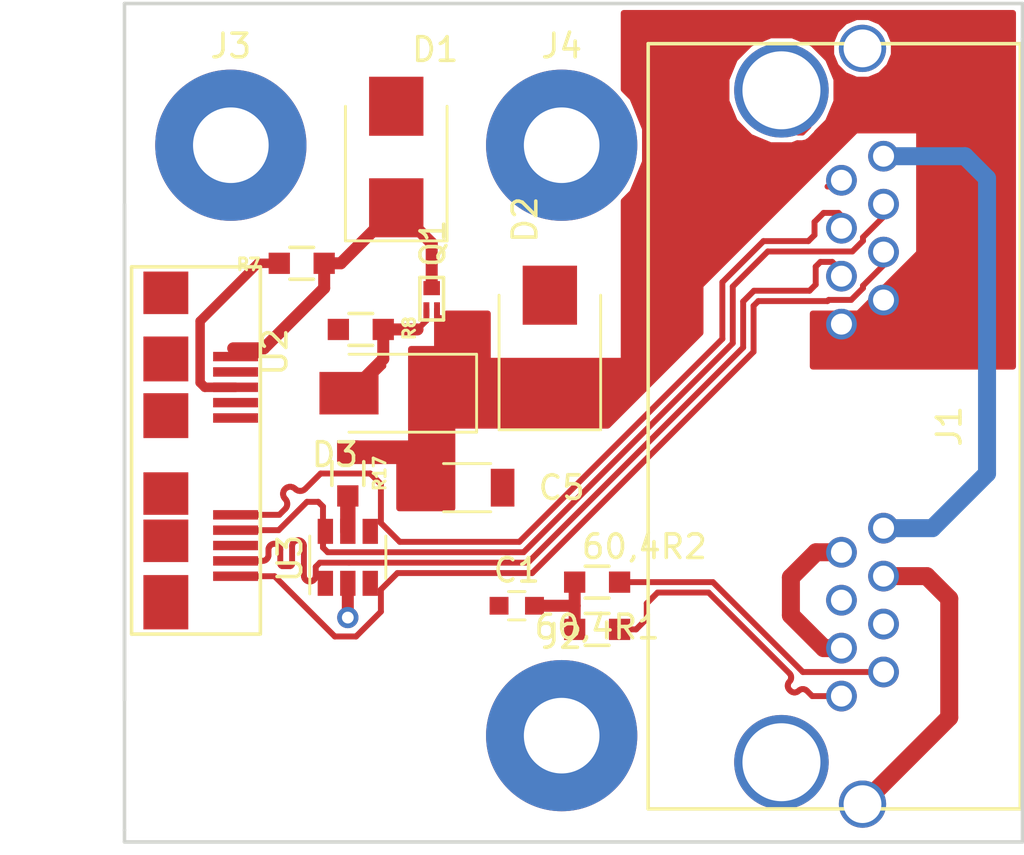
<source format=kicad_pcb>
(kicad_pcb (version 4) (host pcbnew 4.0.7-e0-6372~58~ubuntu16.10.1)

  (general
    (links 37)
    (no_connects 12)
    (area 122.924999 88.924999 161.075001 124.575001)
    (thickness 1.6)
    (drawings 8)
    (tracks 277)
    (zones 0)
    (modules 17)
    (nets 25)
  )

  (page A4)
  (layers
    (0 F.Cu signal)
    (31 B.Cu signal)
    (32 B.Adhes user)
    (33 F.Adhes user)
    (34 B.Paste user)
    (35 F.Paste user)
    (36 B.SilkS user)
    (37 F.SilkS user)
    (38 B.Mask user)
    (39 F.Mask user)
    (40 Dwgs.User user)
    (41 Cmts.User user)
    (42 Eco1.User user)
    (43 Eco2.User user)
    (44 Edge.Cuts user)
    (45 Margin user)
    (46 B.CrtYd user)
    (47 F.CrtYd user)
    (48 B.Fab user)
    (49 F.Fab user)
  )

  (setup
    (last_trace_width 0.25)
    (user_trace_width 0.2)
    (user_trace_width 0.25)
    (user_trace_width 0.4)
    (user_trace_width 0.508)
    (user_trace_width 0.65)
    (user_trace_width 0.762)
    (trace_clearance 0.19)
    (zone_clearance 0.2)
    (zone_45_only no)
    (trace_min 0.2)
    (segment_width 0.2)
    (edge_width 0.15)
    (via_size 0.6)
    (via_drill 0.4)
    (via_min_size 0.4)
    (via_min_drill 0.3)
    (user_via 0.6 0.4)
    (user_via 0.9 0.5)
    (uvia_size 0.3)
    (uvia_drill 0.1)
    (uvias_allowed no)
    (uvia_min_size 0.2)
    (uvia_min_drill 0.1)
    (pcb_text_width 0.3)
    (pcb_text_size 1.5 1.5)
    (mod_edge_width 0.15)
    (mod_text_size 1 1)
    (mod_text_width 0.15)
    (pad_size 2.2 1.4)
    (pad_drill 0)
    (pad_to_mask_clearance 0.2)
    (aux_axis_origin 0 0)
    (visible_elements FFFFFF7F)
    (pcbplotparams
      (layerselection 0x00030_80000001)
      (usegerberextensions false)
      (excludeedgelayer true)
      (linewidth 0.100000)
      (plotframeref false)
      (viasonmask false)
      (mode 1)
      (useauxorigin false)
      (hpglpennumber 1)
      (hpglpenspeed 20)
      (hpglpendiameter 15)
      (hpglpenoverlay 2)
      (psnegative false)
      (psa4output false)
      (plotreference true)
      (plotvalue true)
      (plotinvisibletext false)
      (padsonsilk false)
      (subtractmaskfromsilk false)
      (outputformat 1)
      (mirror false)
      (drillshape 1)
      (scaleselection 1)
      (outputdirectory ""))
  )

  (net 0 "")
  (net 1 SCL-)
  (net 2 SCL+)
  (net 3 SDA+)
  (net 4 SDA-)
  (net 5 "Net-(U2-Pad4)")
  (net 6 "Net-(U2-Pad2)")
  (net 7 GND)
  (net 8 +3V3)
  (net 9 "Net-(D3-Pad2)")
  (net 10 "Net-(R7-Pad2)")
  (net 11 SHLD1)
  (net 12 "Net-(R17-Pad2)")
  (net 13 VSRC)
  (net 14 CANL)
  (net 15 "Net-(60,4R1-Pad2)")
  (net 16 CANH)
  (net 17 CANGND)
  (net 18 +12V)
  (net 19 CANSHLD)
  (net 20 "Net-(J1-Pad4)")
  (net 21 "Net-(J1-Pad5)")
  (net 22 "Net-(J2-Pad1)")
  (net 23 "Net-(J3-Pad1)")
  (net 24 "Net-(J4-Pad1)")

  (net_class Default "This is the default net class."
    (clearance 0.19)
    (trace_width 0.25)
    (via_dia 0.6)
    (via_drill 0.4)
    (uvia_dia 0.3)
    (uvia_drill 0.1)
    (add_net +12V)
    (add_net +3V3)
    (add_net CANGND)
    (add_net CANH)
    (add_net CANL)
    (add_net CANSHLD)
    (add_net GND)
    (add_net "Net-(60,4R1-Pad2)")
    (add_net "Net-(D3-Pad2)")
    (add_net "Net-(J1-Pad4)")
    (add_net "Net-(J1-Pad5)")
    (add_net "Net-(J2-Pad1)")
    (add_net "Net-(J3-Pad1)")
    (add_net "Net-(J4-Pad1)")
    (add_net "Net-(R17-Pad2)")
    (add_net "Net-(R7-Pad2)")
    (add_net "Net-(U2-Pad2)")
    (add_net "Net-(U2-Pad4)")
    (add_net SCL+)
    (add_net SCL-)
    (add_net SDA+)
    (add_net SDA-)
    (add_net VSRC)
  )

  (module Connect_Addons:RJHSE538X-02-noled (layer F.Cu) (tedit 583AD54F) (tstamp 5995A309)
    (at 150.8 106.9 270)
    (descr "mod. jack, ethernet, 8P8C, RJ45 connector, 0 leds, shielded")
    (tags "RJHSE538X-02 8P8C RJ45 ethernet jack no led")
    (path /599519EA)
    (fp_text reference J1 (at 0 -7.1 270) (layer F.SilkS)
      (effects (font (size 1 1) (thickness 0.15)))
    )
    (fp_text value RJHSE-5380-02 (at 0 9.8 270) (layer F.Fab)
      (effects (font (size 1 1) (thickness 0.15)))
    )
    (fp_line (start -16.2 5.64) (end 16.2 5.64) (layer F.SilkS) (width 0.15))
    (fp_line (start -16.2 -10.11) (end 16.2 -10.11) (layer F.SilkS) (width 0.15))
    (fp_line (start 16.2 5.64) (end 16.2 -10.11) (layer F.SilkS) (width 0.15))
    (fp_line (start -16.2 5.64) (end -16.2 -10.11) (layer F.SilkS) (width 0.15))
    (pad 9 thru_hole circle (at -4.325 -2.54 270) (size 1.3 1.3) (drill 0.889) (layers *.Cu *.Mask)
      (net 8 +3V3))
    (pad 15 thru_hole circle (at -10.415 -2.54 270) (size 1.3 1.3) (drill 0.889) (layers *.Cu *.Mask)
      (net 7 GND))
    (pad 11 thru_hole circle (at -6.355 -2.54 270) (size 1.3 1.3) (drill 0.889) (layers *.Cu *.Mask)
      (net 4 SDA-))
    (pad 13 thru_hole circle (at -8.385 -2.54 270) (size 1.3 1.3) (drill 0.889) (layers *.Cu *.Mask)
      (net 2 SCL+))
    (pad 10 thru_hole circle (at -5.345 -4.32 270) (size 1.3 1.3) (drill 0.889) (layers *.Cu *.Mask)
      (net 8 +3V3))
    (pad 12 thru_hole circle (at -7.375 -4.32 270) (size 1.3 1.3) (drill 0.889) (layers *.Cu *.Mask)
      (net 3 SDA+))
    (pad 14 thru_hole circle (at -9.405 -4.32 270) (size 1.3 1.3) (drill 0.889) (layers *.Cu *.Mask)
      (net 1 SCL-))
    (pad 16 thru_hole circle (at -11.435 -4.32 270) (size 1.3 1.3) (drill 0.889) (layers *.Cu *.Mask)
      (net 18 +12V))
    (pad "" np_thru_hole circle (at 14.225 0 270) (size 4 4) (drill 3.3) (layers *.Cu *.Mask))
    (pad 17 thru_hole circle (at -16 -3.43 270) (size 2 2) (drill 1.6) (layers *.Cu *.Mask)
      (net 19 CANSHLD))
    (pad 8 thru_hole circle (at 4.315 -4.32 270) (size 1.3 1.3) (drill 0.889) (layers *.Cu *.Mask)
      (net 18 +12V))
    (pad 6 thru_hole circle (at 6.345 -4.32 270) (size 1.3 1.3) (drill 0.889) (layers *.Cu *.Mask)
      (net 19 CANSHLD))
    (pad 4 thru_hole circle (at 8.375 -4.32 270) (size 1.3 1.3) (drill 0.889) (layers *.Cu *.Mask)
      (net 20 "Net-(J1-Pad4)"))
    (pad 2 thru_hole circle (at 10.405 -4.32 270) (size 1.3 1.3) (drill 0.889) (layers *.Cu *.Mask)
      (net 14 CANL))
    (pad 5 thru_hole circle (at 7.365 -2.54 270) (size 1.3 1.3) (drill 0.889) (layers *.Cu *.Mask)
      (net 21 "Net-(J1-Pad5)"))
    (pad 3 thru_hole circle (at 9.395 -2.54 270) (size 1.3 1.3) (drill 0.889) (layers *.Cu *.Mask)
      (net 17 CANGND))
    (pad 7 thru_hole circle (at 5.335 -2.54 270) (size 1.3 1.3) (drill 0.889) (layers *.Cu *.Mask)
      (net 17 CANGND))
    (pad 1 thru_hole circle (at 11.425 -2.54 270) (size 1.3 1.3) (drill 0.889) (layers *.Cu *.Mask)
      (net 16 CANH))
    (pad "" np_thru_hole circle (at -14.225 0 270) (size 4 4) (drill 3.3) (layers *.Cu *.Mask))
    (pad 17 thru_hole circle (at 16 -3.43 270) (size 2 2) (drill 1.6) (layers *.Cu *.Mask)
      (net 19 CANSHLD))
    (model Connect.3dshapes/RJHSE538X.wrl
      (at (xyz 0.138 0.06 0.125))
      (scale (xyz 0.4 0.4 0.4))
      (rotate (xyz -90 0 180))
    )
  )

  (module TO_SOT_Packages_SMD:SOT-23-6 (layer F.Cu) (tedit 59382299) (tstamp 5933426C)
    (at 132.45 112.45 90)
    (descr "6-pin SOT-23 package")
    (tags SOT-23-6)
    (path /5933403F)
    (attr smd)
    (fp_text reference U3 (at -0.05 -2.45 90) (layer F.SilkS)
      (effects (font (size 1 1) (thickness 0.15)))
    )
    (fp_text value WE824013 (at 0 2.9 90) (layer F.Fab)
      (effects (font (size 1 1) (thickness 0.15)))
    )
    (fp_text user %R (at 0 0 90) (layer F.Fab)
      (effects (font (size 0.5 0.5) (thickness 0.075)))
    )
    (fp_line (start -0.9 1.61) (end 0.9 1.61) (layer F.SilkS) (width 0.12))
    (fp_line (start 0.9 -1.61) (end -1.55 -1.61) (layer F.SilkS) (width 0.12))
    (fp_line (start 1.9 -1.8) (end -1.9 -1.8) (layer F.CrtYd) (width 0.05))
    (fp_line (start 1.9 1.8) (end 1.9 -1.8) (layer F.CrtYd) (width 0.05))
    (fp_line (start -1.9 1.8) (end 1.9 1.8) (layer F.CrtYd) (width 0.05))
    (fp_line (start -1.9 -1.8) (end -1.9 1.8) (layer F.CrtYd) (width 0.05))
    (fp_line (start -0.9 -0.9) (end -0.25 -1.55) (layer F.Fab) (width 0.1))
    (fp_line (start 0.9 -1.55) (end -0.25 -1.55) (layer F.Fab) (width 0.1))
    (fp_line (start -0.9 -0.9) (end -0.9 1.55) (layer F.Fab) (width 0.1))
    (fp_line (start 0.9 1.55) (end -0.9 1.55) (layer F.Fab) (width 0.1))
    (fp_line (start 0.9 -1.55) (end 0.9 1.55) (layer F.Fab) (width 0.1))
    (pad 1 smd rect (at -1.1 -0.95 90) (size 1.06 0.65) (layers F.Cu F.Paste F.Mask)
      (net 4 SDA-))
    (pad 2 smd rect (at -1.1 0 90) (size 1.06 0.65) (layers F.Cu F.Paste F.Mask)
      (net 7 GND))
    (pad 3 smd rect (at -1.1 0.95 90) (size 1.06 0.65) (layers F.Cu F.Paste F.Mask)
      (net 3 SDA+))
    (pad 4 smd rect (at 1.1 0.95 90) (size 1.06 0.65) (layers F.Cu F.Paste F.Mask)
      (net 2 SCL+))
    (pad 6 smd rect (at 1.1 -0.95 90) (size 1.06 0.65) (layers F.Cu F.Paste F.Mask)
      (net 1 SCL-))
    (pad 5 smd rect (at 1.1 0 90) (size 1.06 0.65) (layers F.Cu F.Paste F.Mask)
      (net 12 "Net-(R17-Pad2)"))
    (model ${KISYS3DMOD}/TO_SOT_Packages_SMD.3dshapes/SOT-23-6.wrl
      (at (xyz 0 0 0))
      (scale (xyz 1 1 1))
      (rotate (xyz 0 0 0))
    )
  )

  (module Connect_Addons:USB_Micro-3_GSB343133HR (layer F.Cu) (tedit 58F0F9DF) (tstamp 58F0FCCE)
    (at 124.75 105.25 270)
    (descr MicroUSB3_GSB343133HR)
    (tags "USB USB_B USB_micro_USB3")
    (path /58F1AD18)
    (attr smd)
    (fp_text reference U2 (at -1.5 -4.62 270) (layer F.SilkS)
      (effects (font (size 1 1) (thickness 0.15)))
    )
    (fp_text value Micro_USB3_GSB343133HR (at 0 6.17 270) (layer F.Fab)
      (effects (font (size 1 1) (thickness 0.15)))
    )
    (fp_line (start -5.1 1.45) (end -5.1 -4) (layer F.SilkS) (width 0.15))
    (fp_line (start -5.1 -4) (end 10.4 -4) (layer F.SilkS) (width 0.15))
    (fp_line (start 10.45 -4) (end 10.45 1.45) (layer F.SilkS) (width 0.15))
    (fp_line (start -5.1 1.45) (end 10.45 1.45) (layer F.SilkS) (width 0.15))
    (pad 10 smd rect (at 8 -2.95) (size 1.9 0.4) (layers F.Cu F.Paste F.Mask)
      (net 3 SDA+))
    (pad 9 smd rect (at 7.35 -2.95) (size 1.9 0.4) (layers F.Cu F.Paste F.Mask)
      (net 4 SDA-))
    (pad 6 smd rect (at 5.4 -2.95) (size 1.9 0.4) (layers F.Cu F.Paste F.Mask)
      (net 2 SCL+))
    (pad 7 smd rect (at 6.05 -2.95) (size 1.9 0.4) (layers F.Cu F.Paste F.Mask)
      (net 1 SCL-))
    (pad 8 smd rect (at 6.7 -2.95) (size 1.9 0.4) (layers F.Cu F.Paste F.Mask)
      (net 7 GND))
    (pad 5 smd rect (at 1.3 -2.95) (size 1.9 0.4) (layers F.Cu F.Paste F.Mask)
      (net 7 GND))
    (pad 4 smd rect (at 0.65 -2.95) (size 1.9 0.4) (layers F.Cu F.Paste F.Mask)
      (net 5 "Net-(U2-Pad4)"))
    (pad 3 smd rect (at 0 -2.95) (size 1.9 0.4) (layers F.Cu F.Paste F.Mask)
      (net 10 "Net-(R7-Pad2)"))
    (pad 2 smd rect (at -0.65 -2.95) (size 1.9 0.4) (layers F.Cu F.Paste F.Mask)
      (net 6 "Net-(U2-Pad2)"))
    (pad 11 smd rect (at -4 0 270) (size 1.8 1.9) (layers F.Cu F.Paste F.Mask))
    (pad 11 smd rect (at -1.2 0 270) (size 1.9 1.9) (layers F.Cu F.Paste F.Mask))
    (pad 11 smd rect (at 1.2 0 270) (size 1.9 1.9) (layers F.Cu F.Paste F.Mask))
    (pad 11 smd rect (at 4.5 0 270) (size 1.8 1.9) (layers F.Cu F.Paste F.Mask))
    (pad 11 smd rect (at 6.5 0 270) (size 1.8 1.9) (layers F.Cu F.Paste F.Mask))
    (pad 1 smd rect (at -1.3 -2.95) (size 1.9 0.4) (layers F.Cu F.Paste F.Mask)
      (net 13 VSRC))
    (pad 11 smd rect (at 9.1 0 270) (size 2.3 1.9) (layers F.Cu F.Paste F.Mask))
  )

  (module Capacitors_SMD:C_0603 (layer F.Cu) (tedit 59387746) (tstamp 5933422C)
    (at 139.6 114.5)
    (descr "Capacitor SMD 0603, reflow soldering, AVX (see smccp.pdf)")
    (tags "capacitor 0603")
    (path /59959711)
    (attr smd)
    (fp_text reference C1 (at 0 -1.5) (layer F.SilkS)
      (effects (font (size 1 1) (thickness 0.15)))
    )
    (fp_text value 4,7nF (at 0 1.5) (layer F.Fab)
      (effects (font (size 1 1) (thickness 0.15)))
    )
    (fp_text user %R (at -3.65 0) (layer F.Fab)
      (effects (font (size 1 1) (thickness 0.15)))
    )
    (fp_line (start -0.8 0.4) (end -0.8 -0.4) (layer F.Fab) (width 0.1))
    (fp_line (start 0.8 0.4) (end -0.8 0.4) (layer F.Fab) (width 0.1))
    (fp_line (start 0.8 -0.4) (end 0.8 0.4) (layer F.Fab) (width 0.1))
    (fp_line (start -0.8 -0.4) (end 0.8 -0.4) (layer F.Fab) (width 0.1))
    (fp_line (start -0.35 -0.6) (end 0.35 -0.6) (layer F.SilkS) (width 0.12))
    (fp_line (start 0.35 0.6) (end -0.35 0.6) (layer F.SilkS) (width 0.12))
    (fp_line (start -1.4 -0.65) (end 1.4 -0.65) (layer F.CrtYd) (width 0.05))
    (fp_line (start -1.4 -0.65) (end -1.4 0.65) (layer F.CrtYd) (width 0.05))
    (fp_line (start 1.4 0.65) (end 1.4 -0.65) (layer F.CrtYd) (width 0.05))
    (fp_line (start 1.4 0.65) (end -1.4 0.65) (layer F.CrtYd) (width 0.05))
    (pad 1 smd rect (at -0.75 0) (size 0.8 0.75) (layers F.Cu F.Paste F.Mask)
      (net 17 CANGND))
    (pad 2 smd rect (at 0.75 0) (size 0.8 0.75) (layers F.Cu F.Paste F.Mask)
      (net 15 "Net-(60,4R1-Pad2)"))
    (model Capacitors_SMD.3dshapes/C_0603.wrl
      (at (xyz 0 0 0))
      (scale (xyz 1 1 1))
      (rotate (xyz 0 0 0))
    )
  )

  (module Diodes_SMD:D_SMB (layer F.Cu) (tedit 5938226A) (tstamp 593492EC)
    (at 134.5 95.5 90)
    (descr "Diode SMB")
    (tags "Diode SMB")
    (path /59348E67)
    (attr smd)
    (fp_text reference D1 (at 4.55 1.65 180) (layer F.SilkS)
      (effects (font (size 1 1) (thickness 0.15)))
    )
    (fp_text value ATV06B5V0JB-HF (at 0 3.1 90) (layer F.Fab)
      (effects (font (size 1 1) (thickness 0.15)))
    )
    (fp_text user %R (at 0 -3 90) (layer F.Fab)
      (effects (font (size 1 1) (thickness 0.15)))
    )
    (fp_line (start -3.55 -2.15) (end -3.55 2.15) (layer F.SilkS) (width 0.12))
    (fp_line (start 2.3 2) (end -2.3 2) (layer F.Fab) (width 0.1))
    (fp_line (start -2.3 2) (end -2.3 -2) (layer F.Fab) (width 0.1))
    (fp_line (start 2.3 -2) (end 2.3 2) (layer F.Fab) (width 0.1))
    (fp_line (start 2.3 -2) (end -2.3 -2) (layer F.Fab) (width 0.1))
    (fp_line (start -3.65 -2.25) (end 3.65 -2.25) (layer F.CrtYd) (width 0.05))
    (fp_line (start 3.65 -2.25) (end 3.65 2.25) (layer F.CrtYd) (width 0.05))
    (fp_line (start 3.65 2.25) (end -3.65 2.25) (layer F.CrtYd) (width 0.05))
    (fp_line (start -3.65 2.25) (end -3.65 -2.25) (layer F.CrtYd) (width 0.05))
    (fp_line (start -0.64944 0.00102) (end -1.55114 0.00102) (layer F.Fab) (width 0.1))
    (fp_line (start 0.50118 0.00102) (end 1.4994 0.00102) (layer F.Fab) (width 0.1))
    (fp_line (start -0.64944 -0.79908) (end -0.64944 0.80112) (layer F.Fab) (width 0.1))
    (fp_line (start 0.50118 0.75032) (end 0.50118 -0.79908) (layer F.Fab) (width 0.1))
    (fp_line (start -0.64944 0.00102) (end 0.50118 0.75032) (layer F.Fab) (width 0.1))
    (fp_line (start -0.64944 0.00102) (end 0.50118 -0.79908) (layer F.Fab) (width 0.1))
    (fp_line (start -3.55 2.15) (end 2.15 2.15) (layer F.SilkS) (width 0.12))
    (fp_line (start -3.55 -2.15) (end 2.15 -2.15) (layer F.SilkS) (width 0.12))
    (pad 1 smd rect (at -2.15 0 90) (size 2.5 2.3) (layers F.Cu F.Paste F.Mask)
      (net 13 VSRC))
    (pad 2 smd rect (at 2.15 0 90) (size 2.5 2.3) (layers F.Cu F.Paste F.Mask)
      (net 7 GND))
    (model ${KISYS3DMOD}/Diodes_SMD.3dshapes/D_SMB.wrl
      (at (xyz 0 0 0))
      (scale (xyz 1 1 1))
      (rotate (xyz 0 0 0))
    )
  )

  (module Diodes_SMD:D_SMB (layer F.Cu) (tedit 593802C9) (tstamp 593492F2)
    (at 141 103.5 90)
    (descr "Diode SMB")
    (tags "Diode SMB")
    (path /5934D419)
    (attr smd)
    (fp_text reference D2 (at 5.35 -1.05 90) (layer F.SilkS)
      (effects (font (size 1 1) (thickness 0.15)))
    )
    (fp_text value 1SMB5913BT3G (at 0 3.1 90) (layer F.Fab)
      (effects (font (size 1 1) (thickness 0.15)))
    )
    (fp_text user %R (at 0 -3 90) (layer F.Fab)
      (effects (font (size 1 1) (thickness 0.15)))
    )
    (fp_line (start -3.55 -2.15) (end -3.55 2.15) (layer F.SilkS) (width 0.12))
    (fp_line (start 2.3 2) (end -2.3 2) (layer F.Fab) (width 0.1))
    (fp_line (start -2.3 2) (end -2.3 -2) (layer F.Fab) (width 0.1))
    (fp_line (start 2.3 -2) (end 2.3 2) (layer F.Fab) (width 0.1))
    (fp_line (start 2.3 -2) (end -2.3 -2) (layer F.Fab) (width 0.1))
    (fp_line (start -3.65 -2.25) (end 3.65 -2.25) (layer F.CrtYd) (width 0.05))
    (fp_line (start 3.65 -2.25) (end 3.65 2.25) (layer F.CrtYd) (width 0.05))
    (fp_line (start 3.65 2.25) (end -3.65 2.25) (layer F.CrtYd) (width 0.05))
    (fp_line (start -3.65 2.25) (end -3.65 -2.25) (layer F.CrtYd) (width 0.05))
    (fp_line (start -0.64944 0.00102) (end -1.55114 0.00102) (layer F.Fab) (width 0.1))
    (fp_line (start 0.50118 0.00102) (end 1.4994 0.00102) (layer F.Fab) (width 0.1))
    (fp_line (start -0.64944 -0.79908) (end -0.64944 0.80112) (layer F.Fab) (width 0.1))
    (fp_line (start 0.50118 0.75032) (end 0.50118 -0.79908) (layer F.Fab) (width 0.1))
    (fp_line (start -0.64944 0.00102) (end 0.50118 0.75032) (layer F.Fab) (width 0.1))
    (fp_line (start -0.64944 0.00102) (end 0.50118 -0.79908) (layer F.Fab) (width 0.1))
    (fp_line (start -3.55 2.15) (end 2.15 2.15) (layer F.SilkS) (width 0.12))
    (fp_line (start -3.55 -2.15) (end 2.15 -2.15) (layer F.SilkS) (width 0.12))
    (pad 1 smd rect (at -2.15 0 90) (size 2.5 2.3) (layers F.Cu F.Paste F.Mask)
      (net 8 +3V3))
    (pad 2 smd rect (at 2.15 0 90) (size 2.5 2.3) (layers F.Cu F.Paste F.Mask)
      (net 7 GND))
    (model ${KISYS3DMOD}/Diodes_SMD.3dshapes/D_SMB.wrl
      (at (xyz 0 0 0))
      (scale (xyz 1 1 1))
      (rotate (xyz 0 0 0))
    )
  )

  (module Diodes_SMD:D_SMA (layer F.Cu) (tedit 593802BF) (tstamp 593492F8)
    (at 134.5 105.5 180)
    (descr "Diode SMA")
    (tags "Diode SMA")
    (path /59349159)
    (attr smd)
    (fp_text reference D3 (at 2.595 -2.6 360) (layer F.SilkS)
      (effects (font (size 1 1) (thickness 0.15)))
    )
    (fp_text value D (at 0 2.6 180) (layer F.Fab)
      (effects (font (size 1 1) (thickness 0.15)))
    )
    (fp_text user %R (at 0 -2.5 180) (layer F.Fab)
      (effects (font (size 1 1) (thickness 0.15)))
    )
    (fp_line (start -3.4 -1.65) (end -3.4 1.65) (layer F.SilkS) (width 0.12))
    (fp_line (start 2.3 1.5) (end -2.3 1.5) (layer F.Fab) (width 0.1))
    (fp_line (start -2.3 1.5) (end -2.3 -1.5) (layer F.Fab) (width 0.1))
    (fp_line (start 2.3 -1.5) (end 2.3 1.5) (layer F.Fab) (width 0.1))
    (fp_line (start 2.3 -1.5) (end -2.3 -1.5) (layer F.Fab) (width 0.1))
    (fp_line (start -3.5 -1.75) (end 3.5 -1.75) (layer F.CrtYd) (width 0.05))
    (fp_line (start 3.5 -1.75) (end 3.5 1.75) (layer F.CrtYd) (width 0.05))
    (fp_line (start 3.5 1.75) (end -3.5 1.75) (layer F.CrtYd) (width 0.05))
    (fp_line (start -3.5 1.75) (end -3.5 -1.75) (layer F.CrtYd) (width 0.05))
    (fp_line (start -0.64944 0.00102) (end -1.55114 0.00102) (layer F.Fab) (width 0.1))
    (fp_line (start 0.50118 0.00102) (end 1.4994 0.00102) (layer F.Fab) (width 0.1))
    (fp_line (start -0.64944 -0.79908) (end -0.64944 0.80112) (layer F.Fab) (width 0.1))
    (fp_line (start 0.50118 0.75032) (end 0.50118 -0.79908) (layer F.Fab) (width 0.1))
    (fp_line (start -0.64944 0.00102) (end 0.50118 0.75032) (layer F.Fab) (width 0.1))
    (fp_line (start -0.64944 0.00102) (end 0.50118 -0.79908) (layer F.Fab) (width 0.1))
    (fp_line (start -3.4 1.65) (end 2 1.65) (layer F.SilkS) (width 0.12))
    (fp_line (start -3.4 -1.65) (end 2 -1.65) (layer F.SilkS) (width 0.12))
    (pad 1 smd rect (at -2 0 180) (size 2.5 1.8) (layers F.Cu F.Paste F.Mask)
      (net 8 +3V3))
    (pad 2 smd rect (at 2 0 180) (size 2.5 1.8) (layers F.Cu F.Paste F.Mask)
      (net 9 "Net-(D3-Pad2)"))
    (model ${KISYS3DMOD}/Diodes_SMD.3dshapes/D_SMA.wrl
      (at (xyz 0 0 0))
      (scale (xyz 1 1 1))
      (rotate (xyz 0 0 0))
    )
  )

  (module TO-252-4:X1-DFN1006-3 (layer F.Cu) (tedit 59387907) (tstamp 593492FF)
    (at 136 101.5 90)
    (descr X1-DFN1006-3)
    (tags X1-DFN1006-3)
    (path /59349216)
    (attr smd)
    (fp_text reference Q1 (at 2.35 0.05 90) (layer F.SilkS)
      (effects (font (size 1 1) (thickness 0.15)))
    )
    (fp_text value DMP58D0LFB (at 0 2.300001 90) (layer F.Fab)
      (effects (font (size 1 1) (thickness 0.15)))
    )
    (fp_line (start 0.9 0.5) (end 0.9 -0.5) (layer F.SilkS) (width 0.15))
    (fp_line (start 0.9 -0.5) (end -0.9 -0.5) (layer F.SilkS) (width 0.15))
    (fp_line (start -0.9 -0.5) (end -0.9 0.5) (layer F.SilkS) (width 0.15))
    (fp_line (start -0.9 0.5) (end 0.9 0.5) (layer F.SilkS) (width 0.15))
    (pad 1 smd rect (at -0.45 -0.225 90) (size 0.6 0.25) (layers F.Cu F.Paste F.Mask)
      (net 9 "Net-(D3-Pad2)"))
    (pad 2 smd rect (at -0.45 0.225 90) (size 0.6 0.25) (layers F.Cu F.Paste F.Mask)
      (net 8 +3V3))
    (pad 3 smd rect (at 0.45 0 90) (size 0.6 0.7) (layers F.Cu F.Paste F.Mask)
      (net 13 VSRC))
    (model TO_SOT_Packages_SMD.3dshapes/SOT-23.wrl
      (at (xyz 0 0 0))
      (scale (xyz 1 1 1))
      (rotate (xyz 0 0 0))
    )
  )

  (module Resistors_SMD_Addons:R_0603_HandSolder (layer F.Cu) (tedit 59387903) (tstamp 59349305)
    (at 130.5 100 180)
    (descr "Resistor SMD 0603, reflow soldering, Vishay (see dcrcw.pdf)")
    (tags "resistor 0603 hand solder")
    (path /5934D2F3)
    (attr smd)
    (fp_text reference R7 (at 2.25 -0.05 180) (layer F.SilkS)
      (effects (font (size 0.5 0.5) (thickness 0.125)))
    )
    (fp_text value R (at 0 1.9 180) (layer F.Fab)
      (effects (font (size 1 1) (thickness 0.15)))
    )
    (fp_line (start -0.8 0.4) (end -0.8 -0.4) (layer F.Fab) (width 0.1))
    (fp_line (start 0.8 0.4) (end -0.8 0.4) (layer F.Fab) (width 0.1))
    (fp_line (start 0.8 -0.4) (end 0.8 0.4) (layer F.Fab) (width 0.1))
    (fp_line (start -0.8 -0.4) (end 0.8 -0.4) (layer F.Fab) (width 0.1))
    (fp_line (start -1.3 -0.8) (end 1.3 -0.8) (layer F.CrtYd) (width 0.05))
    (fp_line (start -1.3 0.8) (end 1.3 0.8) (layer F.CrtYd) (width 0.05))
    (fp_line (start -1.3 -0.8) (end -1.3 0.8) (layer F.CrtYd) (width 0.05))
    (fp_line (start 1.3 -0.8) (end 1.3 0.8) (layer F.CrtYd) (width 0.05))
    (fp_line (start 0.5 0.675) (end -0.5 0.675) (layer F.SilkS) (width 0.15))
    (fp_line (start -0.5 -0.675) (end 0.5 -0.675) (layer F.SilkS) (width 0.15))
    (pad 1 smd rect (at -0.95 0 180) (size 0.9 0.9) (layers F.Cu F.Paste F.Mask)
      (net 13 VSRC))
    (pad 2 smd rect (at 0.95 0 180) (size 0.9 0.9) (layers F.Cu F.Paste F.Mask)
      (net 10 "Net-(R7-Pad2)"))
    (model Resistors_SMD.3dshapes/R_0603.wrl
      (at (xyz 0 0 0))
      (scale (xyz 1 1 1))
      (rotate (xyz 0 0 0))
    )
  )

  (module Resistors_SMD_Addons:R_0603_HandSolder (layer F.Cu) (tedit 593878F5) (tstamp 5934930B)
    (at 133 102.8)
    (descr "Resistor SMD 0603, reflow soldering, Vishay (see dcrcw.pdf)")
    (tags "resistor 0603 hand solder")
    (path /59349415)
    (attr smd)
    (fp_text reference R8 (at 2.05 -0.05 90) (layer F.SilkS)
      (effects (font (size 0.5 0.5) (thickness 0.125)))
    )
    (fp_text value R (at 0 1.9) (layer F.Fab)
      (effects (font (size 1 1) (thickness 0.15)))
    )
    (fp_line (start -0.8 0.4) (end -0.8 -0.4) (layer F.Fab) (width 0.1))
    (fp_line (start 0.8 0.4) (end -0.8 0.4) (layer F.Fab) (width 0.1))
    (fp_line (start 0.8 -0.4) (end 0.8 0.4) (layer F.Fab) (width 0.1))
    (fp_line (start -0.8 -0.4) (end 0.8 -0.4) (layer F.Fab) (width 0.1))
    (fp_line (start -1.3 -0.8) (end 1.3 -0.8) (layer F.CrtYd) (width 0.05))
    (fp_line (start -1.3 0.8) (end 1.3 0.8) (layer F.CrtYd) (width 0.05))
    (fp_line (start -1.3 -0.8) (end -1.3 0.8) (layer F.CrtYd) (width 0.05))
    (fp_line (start 1.3 -0.8) (end 1.3 0.8) (layer F.CrtYd) (width 0.05))
    (fp_line (start 0.5 0.675) (end -0.5 0.675) (layer F.SilkS) (width 0.15))
    (fp_line (start -0.5 -0.675) (end 0.5 -0.675) (layer F.SilkS) (width 0.15))
    (pad 1 smd rect (at -0.95 0) (size 0.9 0.9) (layers F.Cu F.Paste F.Mask)
      (net 7 GND))
    (pad 2 smd rect (at 0.95 0) (size 0.9 0.9) (layers F.Cu F.Paste F.Mask)
      (net 9 "Net-(D3-Pad2)"))
    (model Resistors_SMD.3dshapes/R_0603.wrl
      (at (xyz 0 0 0))
      (scale (xyz 1 1 1))
      (rotate (xyz 0 0 0))
    )
  )

  (module Resistors_SMD_Addons:R_0603_HandSolder (layer F.Cu) (tedit 59387891) (tstamp 5936BCAA)
    (at 132.45 108.9 270)
    (descr "Resistor SMD 0603, reflow soldering, Vishay (see dcrcw.pdf)")
    (tags "resistor 0603 hand solder")
    (path /5936BD40)
    (attr smd)
    (fp_text reference R17 (at 0 -1.35 270) (layer F.SilkS)
      (effects (font (size 0.5 0.5) (thickness 0.125)))
    )
    (fp_text value 0R0 (at 0 1.9 270) (layer F.Fab)
      (effects (font (size 1 1) (thickness 0.15)))
    )
    (fp_line (start -0.8 0.4) (end -0.8 -0.4) (layer F.Fab) (width 0.1))
    (fp_line (start 0.8 0.4) (end -0.8 0.4) (layer F.Fab) (width 0.1))
    (fp_line (start 0.8 -0.4) (end 0.8 0.4) (layer F.Fab) (width 0.1))
    (fp_line (start -0.8 -0.4) (end 0.8 -0.4) (layer F.Fab) (width 0.1))
    (fp_line (start -1.3 -0.8) (end 1.3 -0.8) (layer F.CrtYd) (width 0.05))
    (fp_line (start -1.3 0.8) (end 1.3 0.8) (layer F.CrtYd) (width 0.05))
    (fp_line (start -1.3 -0.8) (end -1.3 0.8) (layer F.CrtYd) (width 0.05))
    (fp_line (start 1.3 -0.8) (end 1.3 0.8) (layer F.CrtYd) (width 0.05))
    (fp_line (start 0.5 0.675) (end -0.5 0.675) (layer F.SilkS) (width 0.15))
    (fp_line (start -0.5 -0.675) (end 0.5 -0.675) (layer F.SilkS) (width 0.15))
    (pad 1 smd rect (at -0.95 0 270) (size 0.9 0.9) (layers F.Cu F.Paste F.Mask)
      (net 8 +3V3))
    (pad 2 smd rect (at 0.95 0 270) (size 0.9 0.9) (layers F.Cu F.Paste F.Mask)
      (net 12 "Net-(R17-Pad2)"))
    (model Resistors_SMD.3dshapes/R_0603.wrl
      (at (xyz 0 0 0))
      (scale (xyz 1 1 1))
      (rotate (xyz 0 0 0))
    )
  )

  (module Capacitors_SMD:C_1206 (layer F.Cu) (tedit 593802CC) (tstamp 5938027F)
    (at 137.5 109.5)
    (descr "Capacitor SMD 1206, reflow soldering, AVX (see smccp.pdf)")
    (tags "capacitor 1206")
    (path /593807C8)
    (attr smd)
    (fp_text reference C5 (at 4 0) (layer F.SilkS)
      (effects (font (size 1 1) (thickness 0.15)))
    )
    (fp_text value 10uF (at 0 2) (layer F.Fab)
      (effects (font (size 1 1) (thickness 0.15)))
    )
    (fp_text user %R (at 0 -1.75) (layer F.Fab)
      (effects (font (size 1 1) (thickness 0.15)))
    )
    (fp_line (start -1.6 0.8) (end -1.6 -0.8) (layer F.Fab) (width 0.1))
    (fp_line (start 1.6 0.8) (end -1.6 0.8) (layer F.Fab) (width 0.1))
    (fp_line (start 1.6 -0.8) (end 1.6 0.8) (layer F.Fab) (width 0.1))
    (fp_line (start -1.6 -0.8) (end 1.6 -0.8) (layer F.Fab) (width 0.1))
    (fp_line (start 1 -1.02) (end -1 -1.02) (layer F.SilkS) (width 0.12))
    (fp_line (start -1 1.02) (end 1 1.02) (layer F.SilkS) (width 0.12))
    (fp_line (start -2.25 -1.05) (end 2.25 -1.05) (layer F.CrtYd) (width 0.05))
    (fp_line (start -2.25 -1.05) (end -2.25 1.05) (layer F.CrtYd) (width 0.05))
    (fp_line (start 2.25 1.05) (end 2.25 -1.05) (layer F.CrtYd) (width 0.05))
    (fp_line (start 2.25 1.05) (end -2.25 1.05) (layer F.CrtYd) (width 0.05))
    (pad 1 smd rect (at -1.5 0) (size 1 1.6) (layers F.Cu F.Paste F.Mask)
      (net 8 +3V3))
    (pad 2 smd rect (at 1.5 0) (size 1 1.6) (layers F.Cu F.Paste F.Mask)
      (net 7 GND))
    (model Capacitors_SMD.3dshapes/C_1206.wrl
      (at (xyz 0 0 0))
      (scale (xyz 1 1 1))
      (rotate (xyz 0 0 0))
    )
  )

  (module Resistors_SMD_Addons:R_0603_HandSolder (layer F.Cu) (tedit 599604AA) (tstamp 5995A302)
    (at 143 113.5 180)
    (descr "Resistor SMD 0603, reflow soldering, Vishay (see dcrcw.pdf)")
    (tags "resistor 0603 hand solder")
    (path /5995966F)
    (attr smd)
    (fp_text reference 60,4R1 (at 0 -1.9 180) (layer F.SilkS)
      (effects (font (size 1 1) (thickness 0.15)))
    )
    (fp_text value R (at -1 2 180) (layer F.Fab)
      (effects (font (size 1 1) (thickness 0.15)))
    )
    (fp_line (start -0.8 0.4) (end -0.8 -0.4) (layer F.Fab) (width 0.1))
    (fp_line (start 0.8 0.4) (end -0.8 0.4) (layer F.Fab) (width 0.1))
    (fp_line (start 0.8 -0.4) (end 0.8 0.4) (layer F.Fab) (width 0.1))
    (fp_line (start -0.8 -0.4) (end 0.8 -0.4) (layer F.Fab) (width 0.1))
    (fp_line (start -1.3 -0.8) (end 1.3 -0.8) (layer F.CrtYd) (width 0.05))
    (fp_line (start -1.3 0.8) (end 1.3 0.8) (layer F.CrtYd) (width 0.05))
    (fp_line (start -1.3 -0.8) (end -1.3 0.8) (layer F.CrtYd) (width 0.05))
    (fp_line (start 1.3 -0.8) (end 1.3 0.8) (layer F.CrtYd) (width 0.05))
    (fp_line (start 0.5 0.675) (end -0.5 0.675) (layer F.SilkS) (width 0.15))
    (fp_line (start -0.5 -0.675) (end 0.5 -0.675) (layer F.SilkS) (width 0.15))
    (pad 1 smd rect (at -0.95 0 180) (size 0.9 0.9) (layers F.Cu F.Paste F.Mask)
      (net 14 CANL))
    (pad 2 smd rect (at 0.95 0 180) (size 0.9 0.9) (layers F.Cu F.Paste F.Mask)
      (net 15 "Net-(60,4R1-Pad2)"))
    (model Resistors_SMD.3dshapes/R_0603.wrl
      (at (xyz 0 0 0))
      (scale (xyz 1 1 1))
      (rotate (xyz 0 0 0))
    )
  )

  (module Resistors_SMD_Addons:R_0603_HandSolder (layer F.Cu) (tedit 599604AD) (tstamp 5995A308)
    (at 143 115.5)
    (descr "Resistor SMD 0603, reflow soldering, Vishay (see dcrcw.pdf)")
    (tags "resistor 0603 hand solder")
    (path /59952030)
    (attr smd)
    (fp_text reference 60,4R2 (at 2 -3.5) (layer F.SilkS)
      (effects (font (size 1 1) (thickness 0.15)))
    )
    (fp_text value R (at 0 1.9) (layer F.Fab)
      (effects (font (size 1 1) (thickness 0.15)))
    )
    (fp_line (start -0.8 0.4) (end -0.8 -0.4) (layer F.Fab) (width 0.1))
    (fp_line (start 0.8 0.4) (end -0.8 0.4) (layer F.Fab) (width 0.1))
    (fp_line (start 0.8 -0.4) (end 0.8 0.4) (layer F.Fab) (width 0.1))
    (fp_line (start -0.8 -0.4) (end 0.8 -0.4) (layer F.Fab) (width 0.1))
    (fp_line (start -1.3 -0.8) (end 1.3 -0.8) (layer F.CrtYd) (width 0.05))
    (fp_line (start -1.3 0.8) (end 1.3 0.8) (layer F.CrtYd) (width 0.05))
    (fp_line (start -1.3 -0.8) (end -1.3 0.8) (layer F.CrtYd) (width 0.05))
    (fp_line (start 1.3 -0.8) (end 1.3 0.8) (layer F.CrtYd) (width 0.05))
    (fp_line (start 0.5 0.675) (end -0.5 0.675) (layer F.SilkS) (width 0.15))
    (fp_line (start -0.5 -0.675) (end 0.5 -0.675) (layer F.SilkS) (width 0.15))
    (pad 1 smd rect (at -0.95 0) (size 0.9 0.9) (layers F.Cu F.Paste F.Mask)
      (net 15 "Net-(60,4R1-Pad2)"))
    (pad 2 smd rect (at 0.95 0) (size 0.9 0.9) (layers F.Cu F.Paste F.Mask)
      (net 16 CANH))
    (model Resistors_SMD.3dshapes/R_0603.wrl
      (at (xyz 0 0 0))
      (scale (xyz 1 1 1))
      (rotate (xyz 0 0 0))
    )
  )

  (module Mounting_Holes:MountingHole_3.2mm_M3_Pad (layer F.Cu) (tedit 56D1B4CB) (tstamp 5995E1B0)
    (at 141.5 120)
    (descr "Mounting Hole 3.2mm, M3")
    (tags "mounting hole 3.2mm m3")
    (path /5995E193)
    (fp_text reference J2 (at 0 -4.2) (layer F.SilkS)
      (effects (font (size 1 1) (thickness 0.15)))
    )
    (fp_text value CONN_01X01 (at 0 4.2) (layer F.Fab)
      (effects (font (size 1 1) (thickness 0.15)))
    )
    (fp_circle (center 0 0) (end 3.2 0) (layer Cmts.User) (width 0.15))
    (fp_circle (center 0 0) (end 3.45 0) (layer F.CrtYd) (width 0.05))
    (pad 1 thru_hole circle (at 0 0) (size 6.4 6.4) (drill 3.2) (layers *.Cu *.Mask)
      (net 22 "Net-(J2-Pad1)"))
  )

  (module Mounting_Holes:MountingHole_3.2mm_M3_Pad (layer F.Cu) (tedit 56D1B4CB) (tstamp 5995E1B5)
    (at 127.5 95)
    (descr "Mounting Hole 3.2mm, M3")
    (tags "mounting hole 3.2mm m3")
    (path /5995E275)
    (fp_text reference J3 (at 0 -4.2) (layer F.SilkS)
      (effects (font (size 1 1) (thickness 0.15)))
    )
    (fp_text value CONN_01X01 (at 0 4.2) (layer F.Fab)
      (effects (font (size 1 1) (thickness 0.15)))
    )
    (fp_circle (center 0 0) (end 3.2 0) (layer Cmts.User) (width 0.15))
    (fp_circle (center 0 0) (end 3.45 0) (layer F.CrtYd) (width 0.05))
    (pad 1 thru_hole circle (at 0 0) (size 6.4 6.4) (drill 3.2) (layers *.Cu *.Mask)
      (net 23 "Net-(J3-Pad1)"))
  )

  (module Mounting_Holes:MountingHole_3.2mm_M3_Pad (layer F.Cu) (tedit 56D1B4CB) (tstamp 5995E1BA)
    (at 141.5 95)
    (descr "Mounting Hole 3.2mm, M3")
    (tags "mounting hole 3.2mm m3")
    (path /5995E2C1)
    (fp_text reference J4 (at 0 -4.2) (layer F.SilkS)
      (effects (font (size 1 1) (thickness 0.15)))
    )
    (fp_text value CONN_01X01 (at 0 4.2) (layer F.Fab)
      (effects (font (size 1 1) (thickness 0.15)))
    )
    (fp_circle (center 0 0) (end 3.2 0) (layer Cmts.User) (width 0.15))
    (fp_circle (center 0 0) (end 3.45 0) (layer F.CrtYd) (width 0.05))
    (pad 1 thru_hole circle (at 0 0) (size 6.4 6.4) (drill 3.2) (layers *.Cu *.Mask)
      (net 24 "Net-(J4-Pad1)"))
  )

  (gr_line (start 161 124.5) (end 161 111.5) (angle 90) (layer Edge.Cuts) (width 0.15))
  (gr_line (start 123 124.5) (end 161 124.5) (angle 90) (layer Edge.Cuts) (width 0.15))
  (gr_line (start 123 124) (end 123 124.5) (angle 90) (layer Edge.Cuts) (width 0.15))
  (gr_line (start 123 89) (end 123 124) (angle 90) (layer Edge.Cuts) (width 0.15))
  (gr_line (start 161 89) (end 123 89) (angle 90) (layer Edge.Cuts) (width 0.15))
  (gr_line (start 161 90.5) (end 161 89) (angle 90) (layer Edge.Cuts) (width 0.15))
  (gr_line (start 123 97.5) (end 123 118.5) (angle 90) (layer Edge.Cuts) (width 0.15))
  (gr_line (start 161 111.5) (end 161 90.5) (angle 90) (layer Edge.Cuts) (width 0.15))

  (segment (start 151.4 94.35) (end 151.35 94.35) (width 0.25) (layer F.Cu) (net 0) (status 30))
  (segment (start 151.514312 94.464312) (end 151.4 94.35) (width 0.25) (layer F.Cu) (net 0) (tstamp 59369E91) (status 30))
  (segment (start 151.947655 94.197655) (end 151.680998 94.464312) (width 0.25) (layer F.Cu) (net 0) (tstamp 593872F4) (status 30))
  (segment (start 151.680998 94.464312) (end 151.514312 94.464312) (width 0.25) (layer F.Cu) (net 0) (status 30))
  (segment (start 151.35 94.35) (end 151.25 94.25) (width 0.25) (layer F.Cu) (net 0) (tstamp 59387302) (status 30))
  (segment (start 127.7 111.3) (end 129.522268 111.3) (width 0.25) (layer F.Cu) (net 1))
  (segment (start 129.522268 111.3) (end 130.722268 110.1) (width 0.25) (layer F.Cu) (net 1))
  (segment (start 130.722268 110.1) (end 131.2 110.1) (width 0.25) (layer F.Cu) (net 1))
  (segment (start 131.2 110.1) (end 131.4 110.3) (width 0.25) (layer F.Cu) (net 1))
  (segment (start 131.4 110.3) (end 131.4 112) (width 0.25) (layer F.Cu) (net 1))
  (segment (start 131.4 112) (end 131.4 112.034998) (width 0.25) (layer F.Cu) (net 1))
  (segment (start 131.4 111.045) (end 131.4 112.034998) (width 0.25) (layer F.Cu) (net 1))
  (segment (start 148.740002 103.382254) (end 148.740002 100.982254) (width 0.25) (layer F.Cu) (net 1))
  (segment (start 154.25 98.9) (end 155.12 98.03) (width 0.25) (layer F.Cu) (net 1))
  (segment (start 131.4 112.034998) (end 131.6 112.234998) (width 0.25) (layer F.Cu) (net 1))
  (segment (start 153.8 99.5) (end 154.25 99.05) (width 0.25) (layer F.Cu) (net 1))
  (segment (start 131.6 112.234998) (end 139.887258 112.234998) (width 0.25) (layer F.Cu) (net 1))
  (segment (start 148.740002 100.982254) (end 150.222256 99.5) (width 0.25) (layer F.Cu) (net 1))
  (segment (start 139.887258 112.234998) (end 148.740002 103.382254) (width 0.25) (layer F.Cu) (net 1))
  (segment (start 150.222256 99.5) (end 153.8 99.5) (width 0.25) (layer F.Cu) (net 1))
  (segment (start 154.25 99.05) (end 154.25 98.9) (width 0.25) (layer F.Cu) (net 1))
  (segment (start 155.12 98.03) (end 155.12 97.495) (width 0.25) (layer F.Cu) (net 1))
  (segment (start 155.12 97.98) (end 155.12 97.495) (width 0.25) (layer F.Cu) (net 1) (tstamp 5995A509) (status 30))
  (segment (start 131.5 111.35) (end 131.5 111.7) (width 0.25) (layer F.Cu) (net 1) (status 30))
  (segment (start 128.581174 111.310909) (end 128.571694 111.304952) (width 0.25) (layer F.Cu) (net 1) (status 30))
  (segment (start 128.595048 111.328306) (end 128.589091 111.318826) (width 0.25) (layer F.Cu) (net 1) (status 30))
  (segment (start 128.571694 111.304952) (end 128.561126 111.301254) (width 0.25) (layer F.Cu) (net 1) (status 30))
  (segment (start 128.561126 111.301254) (end 128.55 111.3) (width 0.25) (layer F.Cu) (net 1) (status 30))
  (segment (start 128.55 111.3) (end 127.7 111.3) (width 0.25) (layer F.Cu) (net 1) (status 30))
  (segment (start 130.469988 109.637454) (end 130.535481 109.622506) (width 0.25) (layer F.Cu) (net 2))
  (segment (start 130.276788 109.593359) (end 130.337315 109.622505) (width 0.25) (layer F.Cu) (net 2))
  (segment (start 127.7 110.65) (end 129.55 110.65) (width 0.25) (layer F.Cu) (net 2))
  (segment (start 129.55 110.65) (end 129.8 110.4) (width 0.25) (layer F.Cu) (net 2))
  (segment (start 152.2 98.8) (end 152.2 98.25) (width 0.25) (layer F.Cu) (net 2))
  (segment (start 129.72701 109.86073) (end 129.71206 109.795237) (width 0.25) (layer F.Cu) (net 2))
  (segment (start 129.8 110.4) (end 129.841886 110.347478) (width 0.25) (layer F.Cu) (net 2))
  (segment (start 129.841886 110.347478) (end 129.871032 110.286953) (width 0.25) (layer F.Cu) (net 2))
  (segment (start 129.871032 110.286953) (end 129.885982 110.221458) (width 0.25) (layer F.Cu) (net 2))
  (segment (start 129.798043 109.973779) (end 129.756156 109.921257) (width 0.25) (layer F.Cu) (net 2))
  (segment (start 130.169785 109.507629) (end 130.222308 109.549514) (width 0.25) (layer F.Cu) (net 2))
  (segment (start 129.885982 110.221458) (end 129.885981 110.15428) (width 0.25) (layer F.Cu) (net 2))
  (segment (start 153.34 97.99) (end 153.34 98.515) (width 0.25) (layer F.Cu) (net 2))
  (segment (start 129.885981 110.15428) (end 129.871033 110.088785) (width 0.25) (layer F.Cu) (net 2))
  (segment (start 150.040002 99.059998) (end 151.940002 99.059998) (width 0.25) (layer F.Cu) (net 2))
  (segment (start 129.8 109.975736) (end 129.798043 109.973779) (width 0.25) (layer F.Cu) (net 2))
  (segment (start 129.871033 110.088785) (end 129.841885 110.02826) (width 0.25) (layer F.Cu) (net 2))
  (segment (start 151.940002 99.059998) (end 152.2 98.8) (width 0.25) (layer F.Cu) (net 2))
  (segment (start 129.841885 110.02826) (end 129.8 109.975736) (width 0.25) (layer F.Cu) (net 2))
  (segment (start 129.756156 109.921257) (end 129.72701 109.86073) (width 0.25) (layer F.Cu) (net 2))
  (segment (start 130.222308 109.549514) (end 130.224266 109.551472) (width 0.25) (layer F.Cu) (net 2))
  (segment (start 129.71206 109.795237) (end 129.712061 109.728057) (width 0.25) (layer F.Cu) (net 2))
  (segment (start 130.043765 109.463533) (end 130.109258 109.478483) (width 0.25) (layer F.Cu) (net 2))
  (segment (start 129.756157 109.602037) (end 129.798042 109.549515) (width 0.25) (layer F.Cu) (net 2))
  (segment (start 129.727009 109.662564) (end 129.756157 109.602037) (width 0.25) (layer F.Cu) (net 2))
  (segment (start 139.705004 111.794996) (end 148.3 103.2) (width 0.25) (layer F.Cu) (net 2))
  (segment (start 130.337315 109.622505) (end 130.402808 109.637455) (width 0.25) (layer F.Cu) (net 2))
  (segment (start 129.712061 109.728057) (end 129.727009 109.662564) (width 0.25) (layer F.Cu) (net 2))
  (segment (start 129.798042 109.549515) (end 129.850565 109.50763) (width 0.25) (layer F.Cu) (net 2))
  (segment (start 129.850565 109.50763) (end 129.911092 109.478482) (width 0.25) (layer F.Cu) (net 2))
  (segment (start 148.3 103.2) (end 148.3 100.8) (width 0.25) (layer F.Cu) (net 2))
  (segment (start 130.402808 109.637455) (end 130.469988 109.637454) (width 0.25) (layer F.Cu) (net 2))
  (segment (start 129.911092 109.478482) (end 129.976585 109.463534) (width 0.25) (layer F.Cu) (net 2))
  (segment (start 129.976585 109.463534) (end 130.043765 109.463533) (width 0.25) (layer F.Cu) (net 2))
  (segment (start 130.109258 109.478483) (end 130.169785 109.507629) (width 0.25) (layer F.Cu) (net 2))
  (segment (start 133.4 108.9) (end 133.85 109.35) (width 0.25) (layer F.Cu) (net 2))
  (segment (start 130.224266 109.551472) (end 130.276788 109.593359) (width 0.25) (layer F.Cu) (net 2))
  (segment (start 130.535481 109.622506) (end 130.596008 109.593358) (width 0.25) (layer F.Cu) (net 2))
  (segment (start 130.596008 109.593358) (end 130.648528 109.551473) (width 0.25) (layer F.Cu) (net 2))
  (segment (start 130.648528 109.551473) (end 131.3 108.9) (width 0.25) (layer F.Cu) (net 2))
  (segment (start 152.584999 97.865001) (end 153.215001 97.865001) (width 0.25) (layer F.Cu) (net 2))
  (segment (start 131.3 108.9) (end 133.4 108.9) (width 0.25) (layer F.Cu) (net 2))
  (segment (start 133.85 109.35) (end 133.85 110.994996) (width 0.25) (layer F.Cu) (net 2))
  (segment (start 133.85 110.994996) (end 134.65 111.794996) (width 0.25) (layer F.Cu) (net 2))
  (segment (start 134.65 111.794996) (end 139.705004 111.794996) (width 0.25) (layer F.Cu) (net 2))
  (segment (start 148.3 100.8) (end 150.040002 99.059998) (width 0.25) (layer F.Cu) (net 2))
  (segment (start 152.2 98.25) (end 152.584999 97.865001) (width 0.25) (layer F.Cu) (net 2))
  (segment (start 153.215001 97.865001) (end 153.34 97.99) (width 0.25) (layer F.Cu) (net 2))
  (segment (start 133.4 111.35) (end 133.45 111.35) (width 0.25) (layer F.Cu) (net 2) (status 30))
  (segment (start 155.12 99.525) (end 155.12 100.08) (width 0.25) (layer F.Cu) (net 3))
  (segment (start 134.55 113.115002) (end 133.85 113.815002) (width 0.25) (layer F.Cu) (net 3))
  (segment (start 153.75 101.55) (end 152.8 101.55) (width 0.25) (layer F.Cu) (net 3))
  (segment (start 132.8 115.8) (end 131.9 115.8) (width 0.25) (layer F.Cu) (net 3))
  (segment (start 133.85 113.815002) (end 133.85 114.75) (width 0.25) (layer F.Cu) (net 3))
  (segment (start 140.251766 113.115002) (end 134.55 113.115002) (width 0.25) (layer F.Cu) (net 3))
  (segment (start 155.12 100.08) (end 154.25 100.95) (width 0.25) (layer F.Cu) (net 3))
  (segment (start 152.8 101.55) (end 152.75 101.6) (width 0.25) (layer F.Cu) (net 3))
  (segment (start 154.25 100.95) (end 154.25 101.05) (width 0.25) (layer F.Cu) (net 3))
  (segment (start 154.25 101.05) (end 153.75 101.55) (width 0.25) (layer F.Cu) (net 3))
  (segment (start 152.75 101.6) (end 149.820006 101.6) (width 0.25) (layer F.Cu) (net 3))
  (segment (start 149.820006 101.6) (end 149.620006 101.8) (width 0.25) (layer F.Cu) (net 3))
  (segment (start 133.85 114.75) (end 132.8 115.8) (width 0.25) (layer F.Cu) (net 3))
  (segment (start 149.620006 101.8) (end 149.620006 103.746762) (width 0.25) (layer F.Cu) (net 3))
  (segment (start 149.620006 103.746762) (end 140.251766 113.115002) (width 0.25) (layer F.Cu) (net 3))
  (segment (start 131.9 115.8) (end 129.35 113.25) (width 0.25) (layer F.Cu) (net 3))
  (segment (start 129.35 113.25) (end 127.7 113.25) (width 0.25) (layer F.Cu) (net 3))
  (segment (start 155.12 99.525) (end 155.12 99.98) (width 0.25) (layer F.Cu) (net 3) (status 30))
  (segment (start 155.3 99.75) (end 155 100.05) (width 0.25) (layer F.Cu) (net 3) (tstamp 593692BF) (status 30))
  (segment (start 133.4 113.55) (end 133.4 113.8) (width 0.25) (layer F.Cu) (net 3) (status 30))
  (segment (start 128.068141 113.25) (end 127.7 113.25) (width 0.25) (layer F.Cu) (net 3) (status 30))
  (segment (start 128.45 113.25) (end 128.068141 113.25) (width 0.25) (layer F.Cu) (net 3) (status 30))
  (segment (start 140.069512 112.675) (end 132.5 112.675) (width 0.25) (layer F.Cu) (net 4))
  (segment (start 132.5 112.675) (end 132.499993 112.675007) (width 0.25) (layer F.Cu) (net 4))
  (segment (start 132.499993 112.675007) (end 131.267727 112.675007) (width 0.25) (layer F.Cu) (net 4))
  (segment (start 131.267727 112.675007) (end 131.092734 112.85) (width 0.25) (layer F.Cu) (net 4))
  (segment (start 149.180004 101.617746) (end 149.180004 103.564508) (width 0.25) (layer F.Cu) (net 4))
  (segment (start 153.34 100.545) (end 153.34 100.330002) (width 0.25) (layer F.Cu) (net 4))
  (segment (start 130.617491 113.333123) (end 130.599002 113.280283) (width 0.25) (layer F.Cu) (net 4))
  (segment (start 153.34 100.330002) (end 152.95 99.940002) (width 0.25) (layer F.Cu) (net 4))
  (segment (start 129.70506 112.824652) (end 129.680065 112.821836) (width 0.25) (layer F.Cu) (net 4))
  (segment (start 130.089917 112.737321) (end 130.08161 112.761063) (width 0.25) (layer F.Cu) (net 4))
  (segment (start 129.656323 112.813529) (end 129.635025 112.800147) (width 0.25) (layer F.Cu) (net 4))
  (segment (start 152.45 99.940002) (end 152.25 100.140002) (width 0.25) (layer F.Cu) (net 4))
  (segment (start 131.086465 113.280283) (end 131.067976 113.333123) (width 0.25) (layer F.Cu) (net 4))
  (segment (start 129.59555 112.737321) (end 129.592734 112.712326) (width 0.25) (layer F.Cu) (net 4))
  (segment (start 152.95 99.940002) (end 152.45 99.940002) (width 0.25) (layer F.Cu) (net 4))
  (segment (start 130.998606 113.42011) (end 130.951204 113.449895) (width 0.25) (layer F.Cu) (net 4))
  (segment (start 129.680065 112.821836) (end 129.656323 112.813529) (width 0.25) (layer F.Cu) (net 4))
  (segment (start 152.25 100.140002) (end 152.25 100.9) (width 0.25) (layer F.Cu) (net 4))
  (segment (start 130.787103 113.468384) (end 130.734263 113.449895) (width 0.25) (layer F.Cu) (net 4))
  (segment (start 152.25 100.9) (end 151.990002 101.159998) (width 0.25) (layer F.Cu) (net 4))
  (segment (start 151.990002 101.159998) (end 149.637752 101.159998) (width 0.25) (layer F.Cu) (net 4))
  (segment (start 129.234263 111.900105) (end 129.186861 111.92989) (width 0.25) (layer F.Cu) (net 4))
  (segment (start 129.086465 112.40563) (end 129.067976 112.45847) (width 0.25) (layer F.Cu) (net 4))
  (segment (start 149.180004 103.564508) (end 140.069512 112.675) (width 0.25) (layer F.Cu) (net 4))
  (segment (start 149.637752 101.159998) (end 149.180004 101.617746) (width 0.25) (layer F.Cu) (net 4))
  (segment (start 130.951204 113.449895) (end 130.898364 113.468384) (width 0.25) (layer F.Cu) (net 4))
  (segment (start 128.842734 112.6) (end 127.7 112.6) (width 0.25) (layer F.Cu) (net 4))
  (segment (start 130.686861 113.42011) (end 130.647276 113.380525) (width 0.25) (layer F.Cu) (net 4))
  (segment (start 129.099002 112.069717) (end 129.092734 112.125348) (width 0.25) (layer F.Cu) (net 4))
  (segment (start 131.038191 113.380525) (end 130.998606 113.42011) (width 0.25) (layer F.Cu) (net 4))
  (segment (start 130.898364 113.468384) (end 130.842734 113.474652) (width 0.25) (layer F.Cu) (net 4))
  (segment (start 129.287103 111.881616) (end 129.234263 111.900105) (width 0.25) (layer F.Cu) (net 4))
  (segment (start 131.067976 113.333123) (end 131.038191 113.380525) (width 0.25) (layer F.Cu) (net 4))
  (segment (start 131.092734 112.85) (end 131.092734 113.224652) (width 0.25) (layer F.Cu) (net 4))
  (segment (start 130.398364 111.731616) (end 130.342734 111.725348) (width 0.25) (layer F.Cu) (net 4))
  (segment (start 131.092734 113.224652) (end 131.086465 113.280283) (width 0.25) (layer F.Cu) (net 4))
  (segment (start 130.842734 113.474652) (end 130.787103 113.468384) (width 0.25) (layer F.Cu) (net 4))
  (segment (start 129.038191 112.505872) (end 128.998606 112.545457) (width 0.25) (layer F.Cu) (net 4))
  (segment (start 130.029144 112.813529) (end 130.005402 112.821836) (width 0.25) (layer F.Cu) (net 4))
  (segment (start 130.599002 113.280283) (end 130.592734 113.224652) (width 0.25) (layer F.Cu) (net 4))
  (segment (start 130.734263 113.449895) (end 130.686861 113.42011) (width 0.25) (layer F.Cu) (net 4))
  (segment (start 130.647276 113.380525) (end 130.617491 113.333123) (width 0.25) (layer F.Cu) (net 4))
  (segment (start 130.586465 111.919717) (end 130.567976 111.866877) (width 0.25) (layer F.Cu) (net 4))
  (segment (start 130.592734 113.224652) (end 130.592734 111.975348) (width 0.25) (layer F.Cu) (net 4))
  (segment (start 130.117491 111.866877) (end 130.099002 111.919717) (width 0.25) (layer F.Cu) (net 4))
  (segment (start 130.592734 111.975348) (end 130.586465 111.919717) (width 0.25) (layer F.Cu) (net 4))
  (segment (start 130.567976 111.866877) (end 130.538191 111.819475) (width 0.25) (layer F.Cu) (net 4))
  (segment (start 130.538191 111.819475) (end 130.498606 111.77989) (width 0.25) (layer F.Cu) (net 4))
  (segment (start 130.092734 112.712326) (end 130.089917 112.737321) (width 0.25) (layer F.Cu) (net 4))
  (segment (start 130.498606 111.77989) (end 130.451204 111.750105) (width 0.25) (layer F.Cu) (net 4))
  (segment (start 130.451204 111.750105) (end 130.398364 111.731616) (width 0.25) (layer F.Cu) (net 4))
  (segment (start 129.451204 111.900105) (end 129.398364 111.881616) (width 0.25) (layer F.Cu) (net 4))
  (segment (start 129.117491 112.016877) (end 129.099002 112.069717) (width 0.25) (layer F.Cu) (net 4))
  (segment (start 130.342734 111.725348) (end 130.287103 111.731616) (width 0.25) (layer F.Cu) (net 4))
  (segment (start 129.592734 112.125348) (end 129.586465 112.069717) (width 0.25) (layer F.Cu) (net 4))
  (segment (start 129.635025 112.800147) (end 129.617239 112.782361) (width 0.25) (layer F.Cu) (net 4))
  (segment (start 130.287103 111.731616) (end 130.234263 111.750105) (width 0.25) (layer F.Cu) (net 4))
  (segment (start 130.234263 111.750105) (end 130.186861 111.77989) (width 0.25) (layer F.Cu) (net 4))
  (segment (start 129.617239 112.782361) (end 129.603857 112.761063) (width 0.25) (layer F.Cu) (net 4))
  (segment (start 130.186861 111.77989) (end 130.147276 111.819475) (width 0.25) (layer F.Cu) (net 4))
  (segment (start 130.147276 111.819475) (end 130.117491 111.866877) (width 0.25) (layer F.Cu) (net 4))
  (segment (start 130.099002 111.919717) (end 130.092734 111.975348) (width 0.25) (layer F.Cu) (net 4))
  (segment (start 129.538191 111.969475) (end 129.498606 111.92989) (width 0.25) (layer F.Cu) (net 4))
  (segment (start 129.147276 111.969475) (end 129.117491 112.016877) (width 0.25) (layer F.Cu) (net 4))
  (segment (start 130.092734 111.975348) (end 130.092734 112.712326) (width 0.25) (layer F.Cu) (net 4))
  (segment (start 130.005402 112.821836) (end 129.980408 112.824652) (width 0.25) (layer F.Cu) (net 4))
  (segment (start 130.08161 112.761063) (end 130.068228 112.782361) (width 0.25) (layer F.Cu) (net 4))
  (segment (start 130.068228 112.782361) (end 130.050442 112.800147) (width 0.25) (layer F.Cu) (net 4))
  (segment (start 130.050442 112.800147) (end 130.029144 112.813529) (width 0.25) (layer F.Cu) (net 4))
  (segment (start 129.567976 112.016877) (end 129.538191 111.969475) (width 0.25) (layer F.Cu) (net 4))
  (segment (start 129.067976 112.45847) (end 129.038191 112.505872) (width 0.25) (layer F.Cu) (net 4))
  (segment (start 129.980408 112.824652) (end 129.70506 112.824652) (width 0.25) (layer F.Cu) (net 4))
  (segment (start 129.586465 112.069717) (end 129.567976 112.016877) (width 0.25) (layer F.Cu) (net 4))
  (segment (start 129.603857 112.761063) (end 129.59555 112.737321) (width 0.25) (layer F.Cu) (net 4))
  (segment (start 129.592734 112.712326) (end 129.592734 112.125348) (width 0.25) (layer F.Cu) (net 4))
  (segment (start 129.498606 111.92989) (end 129.451204 111.900105) (width 0.25) (layer F.Cu) (net 4))
  (segment (start 129.398364 111.881616) (end 129.342734 111.875348) (width 0.25) (layer F.Cu) (net 4))
  (segment (start 129.342734 111.875348) (end 129.287103 111.881616) (width 0.25) (layer F.Cu) (net 4))
  (segment (start 129.186861 111.92989) (end 129.147276 111.969475) (width 0.25) (layer F.Cu) (net 4))
  (segment (start 129.092734 112.125348) (end 129.092734 112.35) (width 0.25) (layer F.Cu) (net 4))
  (segment (start 129.092734 112.35) (end 129.086465 112.40563) (width 0.25) (layer F.Cu) (net 4))
  (segment (start 128.998606 112.545457) (end 128.951204 112.575242) (width 0.25) (layer F.Cu) (net 4))
  (segment (start 128.951204 112.575242) (end 128.898364 112.593731) (width 0.25) (layer F.Cu) (net 4))
  (segment (start 128.898364 112.593731) (end 128.842734 112.6) (width 0.25) (layer F.Cu) (net 4))
  (segment (start 131.5 113.55) (end 131.5 113.4) (width 0.25) (layer F.Cu) (net 4) (status 30))
  (segment (start 132.45 113.55) (end 132.45 115) (width 0.508) (layer F.Cu) (net 7))
  (via (at 132.45 115) (size 0.9) (drill 0.5) (layers F.Cu B.Cu) (net 7))
  (segment (start 152.75 96.75) (end 153.5 96.75) (width 0.25) (layer F.Cu) (net 7) (tstamp 59387343) (status 30))
  (segment (start 136.225 101.95) (end 136.225 102.225) (width 0.25) (layer F.Cu) (net 8) (status C00000))
  (segment (start 136.225 102.225) (end 136.5 102.5) (width 0.25) (layer F.Cu) (net 8) (tstamp 5996069B) (status 400000))
  (segment (start 136.5 102.5) (end 137 102.5) (width 0.25) (layer F.Cu) (net 8) (tstamp 5996069E))
  (segment (start 136.225 101.95) (end 136.225 103.725) (width 0.25) (layer F.Cu) (net 8) (status 400000))
  (segment (start 136.225 103.725) (end 136.5 104) (width 0.25) (layer F.Cu) (net 8) (tstamp 5996068F))
  (segment (start 153.34 102.575) (end 154.1 102.575) (width 0.762) (layer F.Cu) (net 8) (status 10))
  (segment (start 154.1 102.575) (end 155.12 101.555) (width 0.762) (layer F.Cu) (net 8) (tstamp 5995A5FF) (status 20))
  (segment (start 154.7 101.7) (end 154.95 101.95) (width 0.25) (layer F.Cu) (net 8) (tstamp 593691EF) (status 30))
  (segment (start 133.95 102.8) (end 133.95 104.05) (width 0.508) (layer F.Cu) (net 9) (status 400000))
  (segment (start 133.95 104.05) (end 132.5 105.5) (width 0.508) (layer F.Cu) (net 9) (tstamp 599605C8) (status 800000))
  (segment (start 135.4 102.8) (end 133.95 102.8) (width 0.508) (layer F.Cu) (net 9) (status 800000))
  (segment (start 132.5 105.5) (end 132.8 105.5) (width 0.25) (layer F.Cu) (net 9) (status C00000))
  (segment (start 132.8 105.5) (end 133.95 104.35) (width 0.25) (layer F.Cu) (net 9) (tstamp 599605BB) (status 400000))
  (segment (start 133.95 104.35) (end 133.95 102.8) (width 0.25) (layer F.Cu) (net 9) (tstamp 599605BC) (status 800000))
  (segment (start 135.775 101.95) (end 135.775 102.425) (width 0.25) (layer F.Cu) (net 9) (status 400000))
  (segment (start 135.775 102.425) (end 135.4 102.8) (width 0.25) (layer F.Cu) (net 9) (tstamp 599605B5))
  (segment (start 129.55 100) (end 128.65 100) (width 0.4) (layer F.Cu) (net 10))
  (segment (start 126.4 105.25) (end 127.7 105.25) (width 0.4) (layer F.Cu) (net 10) (tstamp 5995FFBC))
  (segment (start 126.2 105.05) (end 126.4 105.25) (width 0.4) (layer F.Cu) (net 10) (tstamp 5995FFBB))
  (segment (start 126.2 102.45) (end 126.2 105.05) (width 0.4) (layer F.Cu) (net 10) (tstamp 5995FFB9))
  (segment (start 128.65 100) (end 126.2 102.45) (width 0.4) (layer F.Cu) (net 10) (tstamp 5995FFB8))
  (segment (start 132.45 111.35) (end 132.45 109.85) (width 0.65) (layer F.Cu) (net 12) (status 30))
  (segment (start 127.7 103.95) (end 128.55 103.95) (width 0.25) (layer F.Cu) (net 13) (status C00000))
  (segment (start 128.55 103.95) (end 128.9 103.6) (width 0.25) (layer F.Cu) (net 13) (tstamp 599605F6) (status 400000))
  (segment (start 131.45 100) (end 131.45 101.05) (width 0.508) (layer F.Cu) (net 13) (status 400000))
  (segment (start 128.9 103.6) (end 127.6 103.6) (width 0.508) (layer F.Cu) (net 13) (tstamp 599605E4))
  (segment (start 131.45 101.05) (end 128.9 103.6) (width 0.508) (layer F.Cu) (net 13) (tstamp 599605D8))
  (segment (start 131.45 100) (end 132.15 100) (width 0.508) (layer F.Cu) (net 13) (status 400000))
  (segment (start 132.15 100) (end 134.5 97.65) (width 0.508) (layer F.Cu) (net 13) (tstamp 599605D5) (status 800000))
  (segment (start 136 101.05) (end 136 99.15) (width 0.508) (layer F.Cu) (net 13) (status 400000))
  (segment (start 136 99.15) (end 134.5 97.65) (width 0.508) (layer F.Cu) (net 13) (tstamp 599605CF) (status 800000))
  (segment (start 133.6 98.625) (end 134.875 98.625) (width 0.25) (layer F.Cu) (net 13) (status 10))
  (segment (start 143.95 113.5) (end 147.9 113.5) (width 0.25) (layer F.Cu) (net 14))
  (segment (start 147.9 113.5) (end 151.705 117.305) (width 0.25) (layer F.Cu) (net 14))
  (segment (start 151.705 117.305) (end 155.12 117.305) (width 0.25) (layer F.Cu) (net 14))
  (segment (start 142.05 114.5) (end 140.35 114.5) (width 0.508) (layer F.Cu) (net 15))
  (segment (start 142.05 113.5) (end 142.05 114.5) (width 0.508) (layer F.Cu) (net 15))
  (segment (start 142.05 114.5) (end 142.05 115.5) (width 0.508) (layer F.Cu) (net 15) (tstamp 59960566))
  (segment (start 151.571518 118.065496) (end 151.484987 118.134504) (width 0.25) (layer F.Cu) (net 16))
  (segment (start 153.34 118.325) (end 152.102744 118.325) (width 0.25) (layer F.Cu) (net 16))
  (segment (start 151.484987 118.134504) (end 151.435128 118.158515) (width 0.25) (layer F.Cu) (net 16))
  (segment (start 152.102744 118.325) (end 151.877744 118.1) (width 0.25) (layer F.Cu) (net 16))
  (segment (start 151.173847 117.667826) (end 151.197858 117.617967) (width 0.25) (layer F.Cu) (net 16))
  (segment (start 151.621377 118.041486) (end 151.571518 118.065496) (width 0.25) (layer F.Cu) (net 16))
  (segment (start 151.877744 118.1) (end 151.834478 118.065496) (width 0.25) (layer F.Cu) (net 16))
  (segment (start 151.17876 118.1) (end 151.139343 118.060583) (width 0.25) (layer F.Cu) (net 16))
  (segment (start 151.834478 118.065496) (end 151.784619 118.041485) (width 0.25) (layer F.Cu) (net 16))
  (segment (start 144.65 115.5) (end 143.95 115.5) (width 0.25) (layer F.Cu) (net 16))
  (segment (start 147.717754 113.94001) (end 145.55999 113.94001) (width 0.25) (layer F.Cu) (net 16))
  (segment (start 151.325836 118.170828) (end 151.271884 118.158514) (width 0.25) (layer F.Cu) (net 16))
  (segment (start 151.210171 117.508675) (end 151.197857 117.454723) (width 0.25) (layer F.Cu) (net 16))
  (segment (start 151.784619 118.041485) (end 151.730667 118.029171) (width 0.25) (layer F.Cu) (net 16))
  (segment (start 151.675329 118.029172) (end 151.621377 118.041486) (width 0.25) (layer F.Cu) (net 16))
  (segment (start 151.730667 118.029171) (end 151.675329 118.029172) (width 0.25) (layer F.Cu) (net 16))
  (segment (start 151.381176 118.170829) (end 151.325836 118.170828) (width 0.25) (layer F.Cu) (net 16))
  (segment (start 151.271884 118.158514) (end 151.222027 118.134504) (width 0.25) (layer F.Cu) (net 16))
  (segment (start 151.435128 118.158515) (end 151.381176 118.170829) (width 0.25) (layer F.Cu) (net 16))
  (segment (start 151.068515 117.858168) (end 151.080829 117.804216) (width 0.25) (layer F.Cu) (net 16))
  (segment (start 151.222027 118.134504) (end 151.17876 118.1) (width 0.25) (layer F.Cu) (net 16))
  (segment (start 151.139343 118.060583) (end 151.104839 118.017317) (width 0.25) (layer F.Cu) (net 16))
  (segment (start 151.080829 117.804216) (end 151.104839 117.754357) (width 0.25) (layer F.Cu) (net 16))
  (segment (start 151.104839 118.017317) (end 151.080828 117.967458) (width 0.25) (layer F.Cu) (net 16))
  (segment (start 151.197858 117.617967) (end 151.210172 117.564015) (width 0.25) (layer F.Cu) (net 16))
  (segment (start 151.080828 117.967458) (end 151.068514 117.913506) (width 0.25) (layer F.Cu) (net 16))
  (segment (start 151.068514 117.913506) (end 151.068515 117.858168) (width 0.25) (layer F.Cu) (net 16))
  (segment (start 151.104839 117.754357) (end 151.173847 117.667826) (width 0.25) (layer F.Cu) (net 16))
  (segment (start 151.210172 117.564015) (end 151.210171 117.508675) (width 0.25) (layer F.Cu) (net 16))
  (segment (start 151.197857 117.454723) (end 151.173847 117.404866) (width 0.25) (layer F.Cu) (net 16))
  (segment (start 151.173847 117.404866) (end 151.139343 117.361599) (width 0.25) (layer F.Cu) (net 16))
  (segment (start 145.55999 113.94001) (end 145.1 114.4) (width 0.25) (layer F.Cu) (net 16))
  (segment (start 151.139343 117.361599) (end 147.717754 113.94001) (width 0.25) (layer F.Cu) (net 16))
  (segment (start 145.1 114.4) (end 145.1 115.05) (width 0.25) (layer F.Cu) (net 16))
  (segment (start 145.1 115.05) (end 144.65 115.5) (width 0.25) (layer F.Cu) (net 16))
  (segment (start 153.34 116.295) (end 152.595 116.295) (width 0.762) (layer F.Cu) (net 17) (status 10))
  (segment (start 151.2 114.9) (end 151.2 113.3) (width 0.762) (layer F.Cu) (net 17) (tstamp 5995A66A))
  (segment (start 152.595 116.295) (end 151.2 114.9) (width 0.762) (layer F.Cu) (net 17) (tstamp 5995A669))
  (segment (start 153.34 112.235) (end 152.265 112.235) (width 0.762) (layer F.Cu) (net 17) (status 10))
  (segment (start 152.265 112.235) (end 151.2 113.3) (width 0.762) (layer F.Cu) (net 17) (tstamp 5995A65C))
  (segment (start 155.12 95.465) (end 158.565 95.465) (width 0.762) (layer B.Cu) (net 18) (status 10))
  (segment (start 157.185 111.215) (end 155.12 111.215) (width 0.762) (layer B.Cu) (net 18) (tstamp 5995A5E5) (status 20))
  (segment (start 159.5 108.9) (end 157.185 111.215) (width 0.762) (layer B.Cu) (net 18) (tstamp 5995A5E3))
  (segment (start 159.5 96.4) (end 159.5 108.9) (width 0.762) (layer B.Cu) (net 18) (tstamp 5995A5DF))
  (segment (start 158.565 95.465) (end 159.5 96.4) (width 0.762) (layer B.Cu) (net 18) (tstamp 5995A5DD))
  (segment (start 155.12 113.245) (end 156.945 113.245) (width 0.762) (layer F.Cu) (net 19) (status 10))
  (segment (start 157.9 119.23) (end 154.23 122.9) (width 0.762) (layer F.Cu) (net 19) (tstamp 5995A681) (status 20))
  (segment (start 157.9 114.2) (end 157.9 119.23) (width 0.762) (layer F.Cu) (net 19) (tstamp 5995A67F))
  (segment (start 156.945 113.245) (end 157.9 114.2) (width 0.762) (layer F.Cu) (net 19) (tstamp 5995A67E))
  (segment (start 154.5 91.65) (end 154.5 91.64531) (width 0.25) (layer B.Cu) (net 19) (tstamp 59369E9C) (status 30))
  (segment (start 154.5 91.64531) (end 154.51531 91.63) (width 0.25) (layer B.Cu) (net 19) (tstamp 59369E9B) (status 30))

  (zone (net 11) (net_name SHLD1) (layer In1.Cu) (tstamp 59369CB4) (hatch edge 0.508)
    (connect_pads (clearance 0.2))
    (min_thickness 0.254)
    (fill yes (arc_segments 16) (thermal_gap 0.508) (thermal_bridge_width 0.508))
    (polygon
      (pts
        (xy 161 96) (xy 156 96) (xy 152.5 99.5) (xy 152.5 102.5) (xy 156 106)
        (xy 161 106)
      )
    )
  )
  (zone (net 7) (net_name GND) (layer In1.Cu) (tstamp 59369CE2) (hatch edge 0.508)
    (connect_pads (clearance 0.2))
    (min_thickness 0.254)
    (fill yes (arc_segments 16) (thermal_gap 0.508) (thermal_bridge_width 0.508))
    (polygon
      (pts
        (xy 161 95.5) (xy 156 95.5) (xy 152 99.5) (xy 152 102.5) (xy 156 106.5)
        (xy 161 106.5) (xy 161 111.5) (xy 123 111.5) (xy 123 90.5) (xy 161 90.5)
      )
    )
    (filled_polygon
      (pts
        (xy 149.483582 90.701115) (xy 148.828415 91.355139) (xy 148.473404 92.2101) (xy 148.472597 93.135838) (xy 148.826115 93.991418)
        (xy 149.480139 94.646585) (xy 150.3351 95.001596) (xy 151.260838 95.002403) (xy 152.116418 94.648885) (xy 152.771585 93.994861)
        (xy 153.126596 93.1399) (xy 153.127403 92.214162) (xy 152.773885 91.358582) (xy 152.119861 90.703415) (xy 151.935833 90.627)
        (xy 152.906505 90.627) (xy 152.903231 90.634885) (xy 152.902771 91.162798) (xy 153.104369 91.650703) (xy 153.477334 92.024319)
        (xy 153.964885 92.226769) (xy 154.492798 92.227229) (xy 154.980703 92.025631) (xy 155.354319 91.652666) (xy 155.556769 91.165115)
        (xy 155.557229 90.637202) (xy 155.553014 90.627) (xy 160.598 90.627) (xy 160.598 95.373) (xy 156.097081 95.373)
        (xy 156.09717 95.271515) (xy 155.948744 94.912297) (xy 155.674149 94.637222) (xy 155.31519 94.48817) (xy 154.926515 94.48783)
        (xy 154.567297 94.636256) (xy 154.292222 94.910851) (xy 154.14317 95.26981) (xy 154.142967 95.502425) (xy 154.05941 95.585982)
        (xy 154.003729 95.355389) (xy 153.520922 95.187378) (xy 153.010572 95.216917) (xy 152.676271 95.355389) (xy 152.62059 95.585984)
        (xy 153.34 96.305395) (xy 153.354142 96.291252) (xy 153.533748 96.470858) (xy 153.519605 96.485) (xy 153.533748 96.499142)
        (xy 153.354142 96.678748) (xy 153.34 96.664605) (xy 152.62059 97.384016) (xy 152.676271 97.614611) (xy 152.830663 97.668338)
        (xy 152.787297 97.686256) (xy 152.512222 97.960851) (xy 152.36317 98.31981) (xy 152.36283 98.708485) (xy 152.435656 98.884738)
        (xy 151.910197 99.410197) (xy 151.882334 99.452211) (xy 151.873 99.5) (xy 151.873 102.5) (xy 151.883006 102.54941)
        (xy 151.910197 102.589803) (xy 155.910197 106.589803) (xy 155.952211 106.617666) (xy 156 106.627) (xy 160.598 106.627)
        (xy 160.598 111.373) (xy 156.096863 111.373) (xy 156.09717 111.021515) (xy 155.948744 110.662297) (xy 155.674149 110.387222)
        (xy 155.31519 110.23817) (xy 154.926515 110.23783) (xy 154.567297 110.386256) (xy 154.292222 110.660851) (xy 154.14317 111.01981)
        (xy 154.142861 111.373) (xy 153.811733 111.373) (xy 153.53519 111.25817) (xy 153.146515 111.25783) (xy 152.867783 111.373)
        (xy 123.402 111.373) (xy 123.402 95.698486) (xy 123.972389 95.698486) (xy 124.508211 96.995275) (xy 125.499506 97.988302)
        (xy 126.795358 98.526386) (xy 128.198486 98.527611) (xy 129.495275 97.991789) (xy 130.488302 97.000494) (xy 131.026386 95.704642)
        (xy 131.026391 95.698486) (xy 137.972389 95.698486) (xy 138.508211 96.995275) (xy 139.499506 97.988302) (xy 140.795358 98.526386)
        (xy 142.198486 98.527611) (xy 143.495275 97.991789) (xy 144.488302 97.000494) (xy 144.777478 96.304078) (xy 152.042378 96.304078)
        (xy 152.071917 96.814428) (xy 152.210389 97.148729) (xy 152.440984 97.20441) (xy 153.160395 96.485) (xy 152.440984 95.76559)
        (xy 152.210389 95.821271) (xy 152.042378 96.304078) (xy 144.777478 96.304078) (xy 145.026386 95.704642) (xy 145.027611 94.301514)
        (xy 144.491789 93.004725) (xy 143.500494 92.011698) (xy 142.204642 91.473614) (xy 140.801514 91.472389) (xy 139.504725 92.008211)
        (xy 138.511698 92.999506) (xy 137.973614 94.295358) (xy 137.972389 95.698486) (xy 131.026391 95.698486) (xy 131.027611 94.301514)
        (xy 130.491789 93.004725) (xy 129.500494 92.011698) (xy 128.204642 91.473614) (xy 126.801514 91.472389) (xy 125.504725 92.008211)
        (xy 124.511698 92.999506) (xy 123.973614 94.295358) (xy 123.972389 95.698486) (xy 123.402 95.698486) (xy 123.402 90.627)
        (xy 149.662954 90.627)
      )
    )
  )
  (zone (net 8) (net_name +3V3) (layer In2.Cu) (tstamp 59369D23) (hatch edge 0.508)
    (connect_pads (clearance 0.2))
    (min_thickness 0.254)
    (fill yes (arc_segments 16) (thermal_gap 0.508) (thermal_bridge_width 0.508))
    (polygon
      (pts
        (xy 150.5 101) (xy 151 101.5) (xy 151 106) (xy 153 106) (xy 154 107)
        (xy 154 111.5) (xy 123 111.5) (xy 123 90.5) (xy 150.5 90.5)
      )
    )
  )
  (zone (net 8) (net_name +3V3) (layer F.Cu) (tstamp 59960615) (hatch edge 0.508)
    (connect_pads yes (clearance 0.2))
    (min_thickness 0.254)
    (fill yes (arc_segments 16) (thermal_gap 0.508) (thermal_bridge_width 0.508))
    (polygon
      (pts
        (xy 161 104.5) (xy 152 104.5) (xy 152 102) (xy 154 102) (xy 156.5 99.5)
        (xy 156.5 94.5) (xy 154 94.5) (xy 147.5 101) (xy 147.5 103) (xy 143.5 107)
        (xy 137 107) (xy 137 110.5) (xy 134.5 110.5) (xy 134.5 108.5) (xy 132 108.5)
        (xy 132 107.5) (xy 135 107.5) (xy 135 103.5) (xy 136.292857 103.5) (xy 136.2 102.2)
        (xy 136.5 102.2) (xy 136.5 102) (xy 138.5 102) (xy 138.5 104) (xy 144 104)
        (xy 144 89) (xy 161 89)
      )
    )
    (filled_polygon
      (pts
        (xy 160.598 104.373) (xy 152.127 104.373) (xy 152.127 102.127) (xy 154 102.127) (xy 154.04941 102.116994)
        (xy 154.089803 102.089803) (xy 156.589803 99.589803) (xy 156.617666 99.547789) (xy 156.627 99.5) (xy 156.627 94.5)
        (xy 156.616994 94.45059) (xy 156.588553 94.408965) (xy 156.546159 94.381685) (xy 156.5 94.373) (xy 154 94.373)
        (xy 153.95059 94.383006) (xy 153.910197 94.410197) (xy 147.410197 100.910197) (xy 147.382334 100.952211) (xy 147.373 101)
        (xy 147.373 102.947394) (xy 143.447394 106.873) (xy 137 106.873) (xy 136.95059 106.883006) (xy 136.908965 106.911447)
        (xy 136.881685 106.953841) (xy 136.873 107) (xy 136.873 110.373) (xy 134.627 110.373) (xy 134.627 108.5)
        (xy 134.616994 108.45059) (xy 134.588553 108.408965) (xy 134.546159 108.381685) (xy 134.5 108.373) (xy 132.127 108.373)
        (xy 132.127 107.627) (xy 135 107.627) (xy 135.04941 107.616994) (xy 135.091035 107.588553) (xy 135.118315 107.546159)
        (xy 135.127 107.5) (xy 135.127 103.627) (xy 136.292857 103.627) (xy 136.342267 103.616994) (xy 136.383892 103.588553)
        (xy 136.411172 103.546159) (xy 136.419534 103.490952) (xy 136.336395 102.327) (xy 136.5 102.327) (xy 136.54941 102.316994)
        (xy 136.591035 102.288553) (xy 136.618315 102.246159) (xy 136.627 102.2) (xy 136.627 102.127) (xy 138.373 102.127)
        (xy 138.373 104) (xy 138.383006 104.04941) (xy 138.411447 104.091035) (xy 138.453841 104.118315) (xy 138.5 104.127)
        (xy 144 104.127) (xy 144.04941 104.116994) (xy 144.091035 104.088553) (xy 144.118315 104.046159) (xy 144.127 104)
        (xy 144.127 97.361166) (xy 144.488302 97.000494) (xy 145.026386 95.704642) (xy 145.027611 94.301514) (xy 144.545964 93.135838)
        (xy 148.472597 93.135838) (xy 148.826115 93.991418) (xy 149.480139 94.646585) (xy 150.3351 95.001596) (xy 151.260838 95.002403)
        (xy 151.483856 94.910254) (xy 151.514312 94.916312) (xy 151.680998 94.916312) (xy 151.853971 94.881906) (xy 152.00061 94.783924)
        (xy 152.267267 94.517267) (xy 152.305329 94.460303) (xy 152.771585 93.994861) (xy 153.126596 93.1399) (xy 153.127403 92.214162)
        (xy 152.773885 91.358582) (xy 152.578443 91.162798) (xy 152.902771 91.162798) (xy 153.104369 91.650703) (xy 153.477334 92.024319)
        (xy 153.964885 92.226769) (xy 154.492798 92.227229) (xy 154.980703 92.025631) (xy 155.354319 91.652666) (xy 155.556769 91.165115)
        (xy 155.557229 90.637202) (xy 155.355631 90.149297) (xy 154.982666 89.775681) (xy 154.495115 89.573231) (xy 153.967202 89.572771)
        (xy 153.479297 89.774369) (xy 153.105681 90.147334) (xy 152.903231 90.634885) (xy 152.902771 91.162798) (xy 152.578443 91.162798)
        (xy 152.119861 90.703415) (xy 151.2649 90.348404) (xy 150.339162 90.347597) (xy 149.483582 90.701115) (xy 148.828415 91.355139)
        (xy 148.473404 92.2101) (xy 148.472597 93.135838) (xy 144.545964 93.135838) (xy 144.491789 93.004725) (xy 144.127 92.639299)
        (xy 144.127 89.402) (xy 160.598 89.402)
      )
    )
  )
)

</source>
